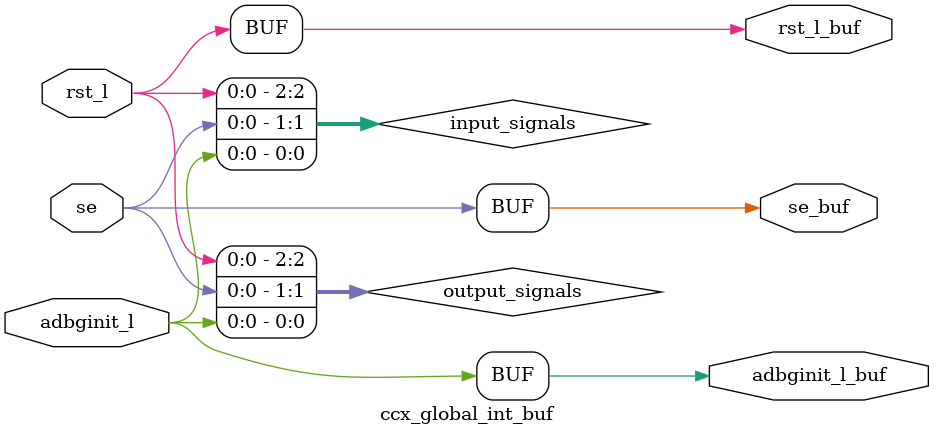
<source format=v>
module ccx_global_int_buf(
   rst_l_buf, se_buf, adbginit_l_buf, 
   rst_l, se, adbginit_l 
   );
   output wire rst_l_buf ; 
   output wire se_buf ; 
   output wire adbginit_l_buf ; 
   input wire rst_l ; 
   input wire se ; 
   input wire adbginit_l ; 

   wire [2:0] input_signals;
   wire [2:0] output_signals;

   assign input_signals = {rst_l, se, adbginit_l};
   assign output_signals = input_signals;
   assign {rst_l_buf, se_buf, adbginit_l_buf} = output_signals;

endmodule
</source>
